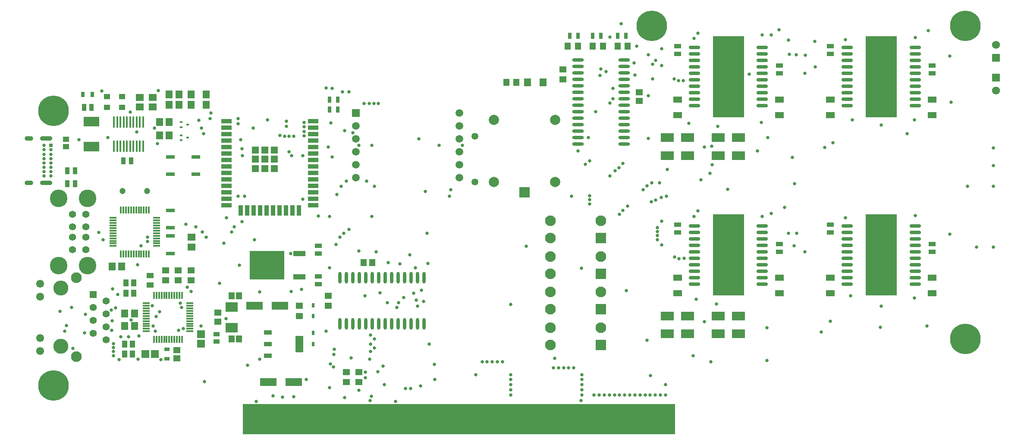
<source format=gts>
G04*
G04 #@! TF.GenerationSoftware,Altium Limited,Altium Designer,21.3.2 (30)*
G04*
G04 Layer_Color=8388736*
%FSLAX25Y25*%
%MOIN*%
G70*
G04*
G04 #@! TF.SameCoordinates,B38D24C8-20F9-4C12-AD3A-4427D22FBD9A*
G04*
G04*
G04 #@! TF.FilePolarity,Negative*
G04*
G01*
G75*
%ADD19R,0.02756X0.16535*%
%ADD20R,0.02756X0.12598*%
%ADD21R,0.12598X0.06299*%
%ADD22R,0.03150X0.04921*%
%ADD23R,0.04724X0.05709*%
%ADD24R,0.05709X0.04724*%
%ADD25R,0.05544X0.04747*%
%ADD26R,0.05315X0.03740*%
%ADD27O,0.09055X0.02362*%
%ADD28R,0.07087X0.04921*%
%ADD29O,0.08858X0.02756*%
%ADD30R,0.24410X0.62992*%
%ADD31R,0.09843X0.06693*%
%ADD32R,0.04747X0.05544*%
%ADD33O,0.02362X0.09055*%
%ADD34R,0.05512X0.05906*%
%ADD35R,0.02126X0.03386*%
G04:AMPARAMS|DCode=36|XSize=124.02mil|YSize=57.09mil|CornerRadius=2mil|HoleSize=0mil|Usage=FLASHONLY|Rotation=90.000|XOffset=0mil|YOffset=0mil|HoleType=Round|Shape=RoundedRectangle|*
%AMROUNDEDRECTD36*
21,1,0.12402,0.05309,0,0,90.0*
21,1,0.12002,0.05709,0,0,90.0*
1,1,0.00400,0.02655,0.06001*
1,1,0.00400,0.02655,-0.06001*
1,1,0.00400,-0.02655,-0.06001*
1,1,0.00400,-0.02655,0.06001*
%
%ADD36ROUNDEDRECTD36*%
G04:AMPARAMS|DCode=37|XSize=35.43mil|YSize=57.09mil|CornerRadius=1.95mil|HoleSize=0mil|Usage=FLASHONLY|Rotation=90.000|XOffset=0mil|YOffset=0mil|HoleType=Round|Shape=RoundedRectangle|*
%AMROUNDEDRECTD37*
21,1,0.03543,0.05319,0,0,90.0*
21,1,0.03154,0.05709,0,0,90.0*
1,1,0.00390,0.02659,0.01577*
1,1,0.00390,0.02659,-0.01577*
1,1,0.00390,-0.02659,-0.01577*
1,1,0.00390,-0.02659,0.01577*
%
%ADD37ROUNDEDRECTD37*%
%ADD38R,0.05315X0.03937*%
%ADD39R,0.04528X0.05315*%
%ADD40R,0.06102X0.06102*%
%ADD41R,0.04134X0.03150*%
%ADD42R,0.05709X0.05118*%
%ADD43R,0.05709X0.04528*%
%ADD44R,0.09449X0.07480*%
%ADD45R,0.04969X0.03771*%
%ADD46R,0.06102X0.06102*%
%ADD47R,0.03937X0.05315*%
%ADD48R,0.05727X0.06127*%
%ADD49R,0.05315X0.06102*%
%ADD50R,0.06693X0.03150*%
%ADD51R,0.06102X0.05512*%
%ADD52R,0.03740X0.05315*%
%ADD53R,0.05512X0.06102*%
%ADD54R,0.26772X0.21850*%
%ADD55R,0.09449X0.03937*%
%ADD56R,0.02000X0.01402*%
%ADD59R,0.04724X0.04331*%
%ADD60R,0.03150X0.04134*%
G04:AMPARAMS|DCode=61|XSize=88.58mil|YSize=15.75mil|CornerRadius=7.87mil|HoleSize=0mil|Usage=FLASHONLY|Rotation=270.000|XOffset=0mil|YOffset=0mil|HoleType=Round|Shape=RoundedRectangle|*
%AMROUNDEDRECTD61*
21,1,0.08858,0.00000,0,0,270.0*
21,1,0.07284,0.01575,0,0,270.0*
1,1,0.01575,0.00000,-0.03642*
1,1,0.01575,0.00000,0.03642*
1,1,0.01575,0.00000,0.03642*
1,1,0.01575,0.00000,-0.03642*
%
%ADD61ROUNDEDRECTD61*%
%ADD62R,0.12400X0.07700*%
%ADD63R,0.05151X0.03960*%
%ADD64R,0.07874X0.03543*%
%ADD65R,0.03543X0.07874*%
%ADD66R,0.05236X0.05236*%
%ADD67R,3.33858X0.23524*%
%ADD68R,0.05512X0.01575*%
%ADD69R,0.01575X0.05512*%
G04:AMPARAMS|DCode=70|XSize=35.43mil|YSize=66.93mil|CornerRadius=17.72mil|HoleSize=0mil|Usage=FLASHONLY|Rotation=270.000|XOffset=0mil|YOffset=0mil|HoleType=Round|Shape=RoundedRectangle|*
%AMROUNDEDRECTD70*
21,1,0.03543,0.03150,0,0,270.0*
21,1,0.00000,0.06693,0,0,270.0*
1,1,0.03543,-0.01575,0.00000*
1,1,0.03543,-0.01575,0.00000*
1,1,0.03543,0.01575,0.00000*
1,1,0.03543,0.01575,0.00000*
%
%ADD70ROUNDEDRECTD70*%
G04:AMPARAMS|DCode=71|XSize=35.43mil|YSize=94.49mil|CornerRadius=17.72mil|HoleSize=0mil|Usage=FLASHONLY|Rotation=270.000|XOffset=0mil|YOffset=0mil|HoleType=Round|Shape=RoundedRectangle|*
%AMROUNDEDRECTD71*
21,1,0.03543,0.05906,0,0,270.0*
21,1,0.00000,0.09449,0,0,270.0*
1,1,0.03543,-0.02953,0.00000*
1,1,0.03543,-0.02953,0.00000*
1,1,0.03543,0.02953,0.00000*
1,1,0.03543,0.02953,0.00000*
%
%ADD71ROUNDEDRECTD71*%
%ADD72R,0.02559X0.02559*%
%ADD73C,0.02559*%
%ADD74R,0.06181X0.06181*%
%ADD75C,0.06181*%
%ADD76C,0.08268*%
%ADD77R,0.08268X0.08268*%
%ADD78C,0.23622*%
%ADD79R,0.07874X0.07874*%
%ADD80C,0.07874*%
%ADD81C,0.05315*%
%ADD82C,0.04724*%
%ADD83C,0.05906*%
%ADD84R,0.05906X0.05906*%
%ADD85C,0.05591*%
%ADD86C,0.13583*%
%ADD87C,0.06102*%
%ADD88R,0.05512X0.05512*%
%ADD89C,0.05512*%
%ADD90C,0.11614*%
%ADD91C,0.02500*%
D19*
X289961Y13780D02*
D03*
X282087D02*
D03*
X270276D02*
D03*
X297835D02*
D03*
X278150D02*
D03*
X286024D02*
D03*
X293898D02*
D03*
X301772D02*
D03*
X274213D02*
D03*
X258465D02*
D03*
X262402D02*
D03*
X266339D02*
D03*
X309646D02*
D03*
X179724D02*
D03*
X183661D02*
D03*
X211221D02*
D03*
X199409D02*
D03*
X187598D02*
D03*
X207283D02*
D03*
X191535D02*
D03*
X195472D02*
D03*
X203346D02*
D03*
X215158D02*
D03*
X234842D02*
D03*
X254528D02*
D03*
X238779D02*
D03*
X246654D02*
D03*
X242717D02*
D03*
X325394D02*
D03*
X352953D02*
D03*
X360827D02*
D03*
X329331D02*
D03*
X321457D02*
D03*
X313583D02*
D03*
X341142D02*
D03*
X317520D02*
D03*
X345079D02*
D03*
X349016D02*
D03*
X364764D02*
D03*
X376575D02*
D03*
X368701D02*
D03*
X356890D02*
D03*
X333268D02*
D03*
X337205D02*
D03*
X380512D02*
D03*
X384449D02*
D03*
X388386D02*
D03*
X392323D02*
D03*
X396260D02*
D03*
X400197D02*
D03*
X404134D02*
D03*
X408071D02*
D03*
X412008D02*
D03*
X415945D02*
D03*
X419882D02*
D03*
X423819D02*
D03*
X427756D02*
D03*
X431693D02*
D03*
X435630D02*
D03*
X439567D02*
D03*
X443504D02*
D03*
X447441D02*
D03*
X451378D02*
D03*
X455315D02*
D03*
X459252D02*
D03*
X463189D02*
D03*
X467126D02*
D03*
X471063D02*
D03*
X475000D02*
D03*
X478937D02*
D03*
X482874D02*
D03*
X486811D02*
D03*
X490748D02*
D03*
X494685D02*
D03*
X498622D02*
D03*
X506496D02*
D03*
D20*
X305709Y15748D02*
D03*
X250590D02*
D03*
X372638D02*
D03*
X502559D02*
D03*
D21*
X215158Y39370D02*
D03*
X195472D02*
D03*
X204724Y98425D02*
D03*
X185039D02*
D03*
D22*
X471850Y307087D02*
D03*
X465551D02*
D03*
X452559D02*
D03*
X446260D02*
D03*
X428543D02*
D03*
X434842D02*
D03*
X249213Y250000D02*
D03*
X242913D02*
D03*
X249213Y257874D02*
D03*
X242913D02*
D03*
D23*
X465551Y299213D02*
D03*
X473425D02*
D03*
X446260D02*
D03*
X454134D02*
D03*
X434842D02*
D03*
X426968D02*
D03*
X379528Y271063D02*
D03*
X387402D02*
D03*
D24*
X423228Y281280D02*
D03*
Y273406D02*
D03*
X265748Y39370D02*
D03*
Y47244D02*
D03*
X255906Y39370D02*
D03*
Y47244D02*
D03*
X242126Y106299D02*
D03*
Y98425D02*
D03*
X135827Y125984D02*
D03*
Y118110D02*
D03*
X125984Y125984D02*
D03*
Y118110D02*
D03*
X116142Y125984D02*
D03*
Y118110D02*
D03*
X219685Y90551D02*
D03*
Y98425D02*
D03*
D25*
X482283Y263405D02*
D03*
Y256900D02*
D03*
D26*
X708661Y146201D02*
D03*
Y140295D02*
D03*
X590551Y146201D02*
D03*
Y140295D02*
D03*
X708661Y283996D02*
D03*
Y278091D02*
D03*
X590551Y284055D02*
D03*
Y278150D02*
D03*
X629921Y161201D02*
D03*
Y155295D02*
D03*
Y299016D02*
D03*
Y293110D02*
D03*
X511811Y155295D02*
D03*
Y161201D02*
D03*
Y293110D02*
D03*
Y299016D02*
D03*
X234252Y138779D02*
D03*
Y144685D02*
D03*
X234252Y121063D02*
D03*
Y115157D02*
D03*
D27*
X434842Y288405D02*
D03*
Y283405D02*
D03*
Y278405D02*
D03*
Y273406D02*
D03*
Y268406D02*
D03*
Y263405D02*
D03*
Y258405D02*
D03*
Y253405D02*
D03*
Y248406D02*
D03*
Y243406D02*
D03*
Y238405D02*
D03*
Y233405D02*
D03*
Y228405D02*
D03*
Y223406D02*
D03*
X470669Y288405D02*
D03*
Y283405D02*
D03*
Y278405D02*
D03*
Y273406D02*
D03*
Y268406D02*
D03*
Y263405D02*
D03*
Y258405D02*
D03*
Y253405D02*
D03*
Y248406D02*
D03*
Y243406D02*
D03*
Y238405D02*
D03*
Y233405D02*
D03*
Y228405D02*
D03*
Y223406D02*
D03*
D28*
X708661Y108169D02*
D03*
Y120177D02*
D03*
X629921Y108169D02*
D03*
Y120177D02*
D03*
X708661Y245965D02*
D03*
Y257972D02*
D03*
X629921Y245965D02*
D03*
Y257972D02*
D03*
X511811Y120177D02*
D03*
Y108169D02*
D03*
X590551Y120177D02*
D03*
Y108169D02*
D03*
Y257972D02*
D03*
Y245965D02*
D03*
X511811Y257972D02*
D03*
Y245965D02*
D03*
D29*
X695571Y115295D02*
D03*
Y120295D02*
D03*
Y125295D02*
D03*
Y130295D02*
D03*
Y135295D02*
D03*
Y140295D02*
D03*
Y145295D02*
D03*
Y150295D02*
D03*
Y155295D02*
D03*
Y160295D02*
D03*
X643012Y115295D02*
D03*
Y120295D02*
D03*
Y125295D02*
D03*
Y130295D02*
D03*
Y135295D02*
D03*
Y140295D02*
D03*
Y145295D02*
D03*
Y150295D02*
D03*
Y155295D02*
D03*
Y160295D02*
D03*
X695571Y253091D02*
D03*
Y258090D02*
D03*
Y263090D02*
D03*
Y268091D02*
D03*
Y273091D02*
D03*
Y278091D02*
D03*
Y283090D02*
D03*
Y288090D02*
D03*
Y293091D02*
D03*
Y298091D02*
D03*
X643012Y253091D02*
D03*
Y258090D02*
D03*
Y263090D02*
D03*
Y268091D02*
D03*
Y273091D02*
D03*
Y278091D02*
D03*
Y283090D02*
D03*
Y288090D02*
D03*
Y293091D02*
D03*
Y298091D02*
D03*
X577461Y115295D02*
D03*
Y120295D02*
D03*
Y125295D02*
D03*
Y130295D02*
D03*
Y135295D02*
D03*
Y140295D02*
D03*
Y145295D02*
D03*
Y150295D02*
D03*
Y155295D02*
D03*
Y160295D02*
D03*
X524902Y115295D02*
D03*
Y120295D02*
D03*
Y125295D02*
D03*
Y130295D02*
D03*
Y135295D02*
D03*
Y140295D02*
D03*
Y145295D02*
D03*
Y150295D02*
D03*
Y155295D02*
D03*
Y160295D02*
D03*
X577461Y253091D02*
D03*
Y258090D02*
D03*
Y263090D02*
D03*
Y268091D02*
D03*
Y273091D02*
D03*
Y278091D02*
D03*
Y283090D02*
D03*
Y288090D02*
D03*
Y293091D02*
D03*
Y298091D02*
D03*
X524902Y253091D02*
D03*
Y258090D02*
D03*
Y263090D02*
D03*
Y268091D02*
D03*
Y273091D02*
D03*
Y278091D02*
D03*
Y283090D02*
D03*
Y288090D02*
D03*
Y293091D02*
D03*
Y298091D02*
D03*
D30*
X669291Y137795D02*
D03*
Y275590D02*
D03*
X551181Y137795D02*
D03*
X551181Y275590D02*
D03*
D31*
X519685Y76772D02*
D03*
X503937D02*
D03*
X559055D02*
D03*
X543307D02*
D03*
Y90551D02*
D03*
X559055D02*
D03*
X503937D02*
D03*
X519685D02*
D03*
X559055Y214567D02*
D03*
X543307D02*
D03*
X519685D02*
D03*
X503937D02*
D03*
X543307Y228346D02*
D03*
X559055D02*
D03*
X503937D02*
D03*
X519685D02*
D03*
D32*
X275891Y131890D02*
D03*
X269385D02*
D03*
D33*
X315965Y120276D02*
D03*
X310965D02*
D03*
X305965D02*
D03*
X300965D02*
D03*
X295965D02*
D03*
X290965D02*
D03*
X285965D02*
D03*
X280965D02*
D03*
X275965D02*
D03*
X270965D02*
D03*
X265965D02*
D03*
X260965D02*
D03*
X255965D02*
D03*
X250965D02*
D03*
X315965Y84449D02*
D03*
X310965D02*
D03*
X305965D02*
D03*
X300965D02*
D03*
X295965D02*
D03*
X290965D02*
D03*
X285965D02*
D03*
X280965D02*
D03*
X275965D02*
D03*
X270965D02*
D03*
X265965D02*
D03*
X260965D02*
D03*
X255965D02*
D03*
X250965D02*
D03*
D34*
X396063Y271063D02*
D03*
X407874D02*
D03*
X135827Y253937D02*
D03*
X147638D02*
D03*
X135827Y261811D02*
D03*
X147638D02*
D03*
D35*
X230315Y90551D02*
D03*
Y98976D02*
D03*
Y77323D02*
D03*
Y68898D02*
D03*
D36*
X219587Y68898D02*
D03*
D37*
X195374Y59842D02*
D03*
Y68898D02*
D03*
Y77953D02*
D03*
D38*
X104331Y114567D02*
D03*
Y121653D02*
D03*
D39*
X173031Y106299D02*
D03*
X167323D02*
D03*
X173031Y72835D02*
D03*
X167323D02*
D03*
D40*
X100689Y61024D02*
D03*
X107972D02*
D03*
D41*
X117323Y64665D02*
D03*
Y57382D02*
D03*
D42*
X125000Y57874D02*
D03*
Y64173D02*
D03*
D43*
X156496Y93012D02*
D03*
Y86122D02*
D03*
D44*
X167323Y81496D02*
D03*
Y97638D02*
D03*
D45*
X155512Y76485D02*
D03*
Y70759D02*
D03*
D46*
X143701Y69193D02*
D03*
Y76476D02*
D03*
D47*
X91535Y108268D02*
D03*
X85630D02*
D03*
X91535Y116142D02*
D03*
X85630D02*
D03*
X84744Y61024D02*
D03*
X90650D02*
D03*
X84744Y68898D02*
D03*
X90650D02*
D03*
D48*
X75095Y128937D02*
D03*
X82385D02*
D03*
D49*
X92421Y82677D02*
D03*
X84744D02*
D03*
X92421Y92520D02*
D03*
X84744D02*
D03*
D50*
X120079Y213386D02*
D03*
Y200000D02*
D03*
X139764Y213386D02*
D03*
Y200000D02*
D03*
X120079Y152362D02*
D03*
Y138976D02*
D03*
Y172047D02*
D03*
Y158661D02*
D03*
D51*
X136221Y143898D02*
D03*
Y151378D02*
D03*
X106299Y259646D02*
D03*
Y252165D02*
D03*
X96457Y259646D02*
D03*
Y252165D02*
D03*
D52*
X46260Y192913D02*
D03*
X40354D02*
D03*
X46260Y202756D02*
D03*
X40354D02*
D03*
X83661Y210630D02*
D03*
X89567D02*
D03*
X59055Y251969D02*
D03*
X53150D02*
D03*
D53*
X119095Y261811D02*
D03*
X126575D02*
D03*
X119095Y253937D02*
D03*
X126575D02*
D03*
X111614Y230315D02*
D03*
X119095D02*
D03*
X111614Y240551D02*
D03*
X119095D02*
D03*
D54*
X194488Y129921D02*
D03*
D55*
X219685Y138898D02*
D03*
Y120945D02*
D03*
D56*
X128159Y230315D02*
D03*
Y226378D02*
D03*
X133258Y228346D02*
D03*
X128159Y240551D02*
D03*
Y236614D02*
D03*
X133258Y238583D02*
D03*
D59*
X82677Y251772D02*
D03*
Y260039D02*
D03*
X70866Y251772D02*
D03*
Y260039D02*
D03*
D60*
X59744Y261811D02*
D03*
X52461D02*
D03*
D61*
X98848Y240650D02*
D03*
X96348D02*
D03*
X93848D02*
D03*
X91348D02*
D03*
X88848D02*
D03*
X86348D02*
D03*
X83848D02*
D03*
X81348D02*
D03*
X78848D02*
D03*
X76348D02*
D03*
Y221949D02*
D03*
X78848D02*
D03*
X81348D02*
D03*
X83848D02*
D03*
X86348D02*
D03*
X88848D02*
D03*
X91348D02*
D03*
X93848D02*
D03*
X96348D02*
D03*
X98848D02*
D03*
D62*
X59055Y221555D02*
D03*
Y240855D02*
D03*
D63*
X39370Y221550D02*
D03*
Y227269D02*
D03*
D64*
X163386Y241181D02*
D03*
Y236181D02*
D03*
Y231181D02*
D03*
Y226181D02*
D03*
Y221181D02*
D03*
Y216181D02*
D03*
Y211181D02*
D03*
Y206181D02*
D03*
Y201181D02*
D03*
Y196181D02*
D03*
Y191181D02*
D03*
Y186181D02*
D03*
Y181181D02*
D03*
Y176181D02*
D03*
X230315D02*
D03*
Y181181D02*
D03*
Y186181D02*
D03*
Y191181D02*
D03*
Y196181D02*
D03*
Y201181D02*
D03*
Y206181D02*
D03*
Y211181D02*
D03*
Y216181D02*
D03*
Y221181D02*
D03*
Y226181D02*
D03*
Y231181D02*
D03*
Y236181D02*
D03*
Y241181D02*
D03*
D65*
X174350Y172244D02*
D03*
X179350D02*
D03*
X184350D02*
D03*
X189350D02*
D03*
X194350D02*
D03*
X199350D02*
D03*
X204350D02*
D03*
X209350D02*
D03*
X214350D02*
D03*
X219350D02*
D03*
D66*
X185689Y218878D02*
D03*
X192913D02*
D03*
X200138D02*
D03*
X185689Y211653D02*
D03*
X192913D02*
D03*
X200138D02*
D03*
X185689Y204429D02*
D03*
X192913D02*
D03*
X200138D02*
D03*
D67*
X343110Y10778D02*
D03*
D68*
X101181Y100394D02*
D03*
Y98425D02*
D03*
Y96457D02*
D03*
Y94488D02*
D03*
Y92520D02*
D03*
Y90551D02*
D03*
Y78740D02*
D03*
Y80709D02*
D03*
Y82677D02*
D03*
Y84646D02*
D03*
Y86614D02*
D03*
Y88583D02*
D03*
X135039Y78740D02*
D03*
Y80709D02*
D03*
Y82677D02*
D03*
Y84646D02*
D03*
Y86614D02*
D03*
Y88583D02*
D03*
Y100394D02*
D03*
Y98425D02*
D03*
Y96457D02*
D03*
Y94488D02*
D03*
Y92520D02*
D03*
Y90551D02*
D03*
X109449Y144685D02*
D03*
Y146653D02*
D03*
Y148622D02*
D03*
Y150591D02*
D03*
Y152559D02*
D03*
Y154527D02*
D03*
Y166339D02*
D03*
Y164370D02*
D03*
Y162402D02*
D03*
Y160433D02*
D03*
Y158465D02*
D03*
Y156496D02*
D03*
X75591Y166339D02*
D03*
Y164370D02*
D03*
Y162402D02*
D03*
Y160433D02*
D03*
Y158465D02*
D03*
Y156496D02*
D03*
Y144685D02*
D03*
Y146653D02*
D03*
Y148622D02*
D03*
Y150591D02*
D03*
Y152559D02*
D03*
Y154527D02*
D03*
D69*
X107283Y72638D02*
D03*
X109252D02*
D03*
X111221D02*
D03*
X113189D02*
D03*
X115157D02*
D03*
X117126D02*
D03*
X128937D02*
D03*
X126969D02*
D03*
X125000D02*
D03*
X123031D02*
D03*
X121063D02*
D03*
X119095D02*
D03*
X128937Y106496D02*
D03*
X126969D02*
D03*
X125000D02*
D03*
X123031D02*
D03*
X121063D02*
D03*
X119095D02*
D03*
X107283D02*
D03*
X109252D02*
D03*
X111221D02*
D03*
X113189D02*
D03*
X115157D02*
D03*
X117126D02*
D03*
X103347Y172441D02*
D03*
X101378D02*
D03*
X99410D02*
D03*
X97441D02*
D03*
X95473D02*
D03*
X93504D02*
D03*
X81693D02*
D03*
X83661D02*
D03*
X85630D02*
D03*
X87598D02*
D03*
X89567D02*
D03*
X91535D02*
D03*
X81693Y138583D02*
D03*
X83661D02*
D03*
X85630D02*
D03*
X87598D02*
D03*
X89567D02*
D03*
X91535D02*
D03*
X103347D02*
D03*
X101378D02*
D03*
X99410D02*
D03*
X97441D02*
D03*
X95473D02*
D03*
X93504D02*
D03*
D70*
X10492Y227658D02*
D03*
Y193602D02*
D03*
D71*
X23799Y227658D02*
D03*
Y193602D02*
D03*
D72*
X27657Y222342D02*
D03*
D73*
Y218996D02*
D03*
Y215650D02*
D03*
Y212303D02*
D03*
Y208957D02*
D03*
Y205610D02*
D03*
Y202264D02*
D03*
Y198917D02*
D03*
X22343D02*
D03*
Y202264D02*
D03*
Y205610D02*
D03*
Y208957D02*
D03*
Y212303D02*
D03*
Y215650D02*
D03*
Y218996D02*
D03*
Y222342D02*
D03*
D74*
X757874Y274685D02*
D03*
Y290276D02*
D03*
D75*
Y264685D02*
D03*
Y300276D02*
D03*
D76*
X452559Y164173D02*
D03*
X413583D02*
D03*
Y150787D02*
D03*
X452559Y81496D02*
D03*
X413583D02*
D03*
Y68110D02*
D03*
X452559Y109055D02*
D03*
X413583D02*
D03*
Y95669D02*
D03*
X452559Y136614D02*
D03*
X413583D02*
D03*
Y123228D02*
D03*
X47441Y59075D02*
D03*
Y120059D02*
D03*
D77*
X452559Y150787D02*
D03*
Y68110D02*
D03*
Y95669D02*
D03*
Y123228D02*
D03*
D78*
X734252Y314961D02*
D03*
Y72835D02*
D03*
X29528Y36811D02*
D03*
Y249016D02*
D03*
X492126Y314961D02*
D03*
D79*
X393701Y186221D02*
D03*
D80*
X417323Y194095D02*
D03*
X370079D02*
D03*
Y242126D02*
D03*
X417323D02*
D03*
D81*
X355315Y229528D02*
D03*
Y194095D02*
D03*
D82*
X102126Y187008D02*
D03*
X82913D02*
D03*
D83*
X343150Y197441D02*
D03*
Y207441D02*
D03*
Y217441D02*
D03*
Y227441D02*
D03*
Y237441D02*
D03*
Y247441D02*
D03*
X263150Y197441D02*
D03*
Y207441D02*
D03*
Y217441D02*
D03*
Y227441D02*
D03*
Y237441D02*
D03*
D84*
Y247441D02*
D03*
D85*
X54567Y169291D02*
D03*
Y141732D02*
D03*
Y151575D02*
D03*
Y159449D02*
D03*
X44252Y151575D02*
D03*
Y159449D02*
D03*
Y141732D02*
D03*
Y169291D02*
D03*
D86*
X55945Y181378D02*
D03*
Y129646D02*
D03*
X33583D02*
D03*
Y181378D02*
D03*
D87*
X19449Y73484D02*
D03*
Y63484D02*
D03*
Y115650D02*
D03*
Y105650D02*
D03*
D88*
X60433Y107067D02*
D03*
D89*
Y97067D02*
D03*
Y87067D02*
D03*
Y77067D02*
D03*
X70433Y72067D02*
D03*
Y82067D02*
D03*
Y92067D02*
D03*
Y102067D02*
D03*
D90*
X35433Y112067D02*
D03*
Y67067D02*
D03*
D91*
X74898Y86906D02*
D03*
X248622Y184449D02*
D03*
X318307Y154331D02*
D03*
X94774Y130098D02*
D03*
X158087Y115760D02*
D03*
X234449Y167913D02*
D03*
X259646Y58268D02*
D03*
X318898Y131102D02*
D03*
X111614Y93898D02*
D03*
X162992Y88386D02*
D03*
X146296Y39763D02*
D03*
X74213Y95079D02*
D03*
X669291Y98032D02*
D03*
X573622Y218307D02*
D03*
X576772Y240158D02*
D03*
X600787Y213189D02*
D03*
X581693Y228346D02*
D03*
X532677Y221260D02*
D03*
X496260Y149409D02*
D03*
X496457Y152709D02*
D03*
Y155709D02*
D03*
X496463Y158709D02*
D03*
X468307Y316535D02*
D03*
X478937Y276969D02*
D03*
X53740Y77362D02*
D03*
X75984Y59842D02*
D03*
Y66142D02*
D03*
Y62992D02*
D03*
X44488Y65354D02*
D03*
X610630Y292126D02*
D03*
X618307Y283071D02*
D03*
X625591Y220669D02*
D03*
X520669Y239370D02*
D03*
X689173Y231496D02*
D03*
X669291Y238189D02*
D03*
X577362Y167323D02*
D03*
X695669Y168110D02*
D03*
X543110Y237205D02*
D03*
X550591Y188583D02*
D03*
X668701Y81890D02*
D03*
X603809Y154469D02*
D03*
X601862Y144685D02*
D03*
X597638Y154565D02*
D03*
X594488Y174409D02*
D03*
X530118Y195866D02*
D03*
X95669Y75000D02*
D03*
X77756Y96850D02*
D03*
X39764Y83268D02*
D03*
X112795Y56890D02*
D03*
X597638Y303740D02*
D03*
X618110Y302756D02*
D03*
X705512Y311221D02*
D03*
X695472Y305906D02*
D03*
X577165Y307677D02*
D03*
X590354Y311811D02*
D03*
X526378Y103543D02*
D03*
X541929Y99803D02*
D03*
X296457Y100984D02*
D03*
X300394Y104921D02*
D03*
X295079Y97244D02*
D03*
X313976Y110433D02*
D03*
X213386Y109449D02*
D03*
X225000Y41339D02*
D03*
X275197Y28543D02*
D03*
X270669Y42913D02*
D03*
X285230Y37402D02*
D03*
X293898Y24606D02*
D03*
X179724Y52559D02*
D03*
X89567Y87598D02*
D03*
X87566Y74377D02*
D03*
X81496Y74410D02*
D03*
X74606Y79522D02*
D03*
X54331Y91732D02*
D03*
X79134Y107087D02*
D03*
X43498Y97244D02*
D03*
X80315Y56890D02*
D03*
X143701Y82677D02*
D03*
X106496Y82677D02*
D03*
X108858Y90158D02*
D03*
X106108Y98425D02*
D03*
X127756Y100394D02*
D03*
X128543Y97244D02*
D03*
X97441Y144882D02*
D03*
X102362Y148026D02*
D03*
X64567Y155118D02*
D03*
X67913Y149606D02*
D03*
X132874Y112795D02*
D03*
X287795Y100984D02*
D03*
X309842Y102756D02*
D03*
X315748Y101772D02*
D03*
X308071Y108268D02*
D03*
X311028Y98021D02*
D03*
X280315Y47638D02*
D03*
X284449Y51772D02*
D03*
X109941Y223777D02*
D03*
X88976Y248031D02*
D03*
X71653Y228346D02*
D03*
X223425Y240158D02*
D03*
Y236811D02*
D03*
Y233268D02*
D03*
Y229724D02*
D03*
X209646Y237205D02*
D03*
X215158Y229331D02*
D03*
X208268D02*
D03*
X244882Y266541D02*
D03*
X243898Y239961D02*
D03*
X242126Y221260D02*
D03*
X317126Y186811D02*
D03*
X603740Y292429D02*
D03*
X598425Y292717D02*
D03*
X492648Y285168D02*
D03*
X499719Y284055D02*
D03*
X499606Y297047D02*
D03*
X489173Y292323D02*
D03*
X516339Y272441D02*
D03*
X516929Y135039D02*
D03*
X462008Y258465D02*
D03*
Y266535D02*
D03*
X456693Y279528D02*
D03*
X451968Y276575D02*
D03*
X452756Y281496D02*
D03*
X448622Y248622D02*
D03*
X443942Y183617D02*
D03*
X443898Y180512D02*
D03*
Y177165D02*
D03*
X466732Y205315D02*
D03*
X469488Y208380D02*
D03*
X494882Y180315D02*
D03*
X499213Y182087D02*
D03*
X499719Y163976D02*
D03*
X503218Y183003D02*
D03*
X491732Y178740D02*
D03*
X498032Y193419D02*
D03*
X492126D02*
D03*
X503937Y203937D02*
D03*
X488386Y191142D02*
D03*
X469488Y172244D02*
D03*
X485236Y187992D02*
D03*
X382874Y99606D02*
D03*
X94882Y57087D02*
D03*
X480315Y299213D02*
D03*
X459646Y306102D02*
D03*
X629921Y86614D02*
D03*
X645669Y106299D02*
D03*
X704724Y82677D02*
D03*
X694882Y104331D02*
D03*
X723425Y255906D02*
D03*
X694882Y242126D02*
D03*
X631890Y224410D02*
D03*
X646850Y242126D02*
D03*
X567323Y277559D02*
D03*
X602362Y192913D02*
D03*
X275590Y167323D02*
D03*
X248031Y145669D02*
D03*
X581102Y81496D02*
D03*
X499606Y145472D02*
D03*
X472441Y110236D02*
D03*
X527756Y171850D02*
D03*
Y309252D02*
D03*
X538583Y207480D02*
D03*
X538386Y221654D02*
D03*
X437795Y127362D02*
D03*
X437402Y25197D02*
D03*
X490945Y44488D02*
D03*
X416929Y57874D02*
D03*
X355906Y45276D02*
D03*
X394882Y144488D02*
D03*
X324213Y41339D02*
D03*
X313189Y36614D02*
D03*
X246654Y64764D02*
D03*
X246457Y60827D02*
D03*
X274213Y25000D02*
D03*
X186417Y24606D02*
D03*
X242913Y35039D02*
D03*
X254528Y27559D02*
D03*
X206784Y27846D02*
D03*
X173228Y129921D02*
D03*
X254528Y233858D02*
D03*
X320079Y68701D02*
D03*
X281890Y108465D02*
D03*
X192913Y211653D02*
D03*
X126378Y79331D02*
D03*
X144685Y155512D02*
D03*
X167323D02*
D03*
X185039Y149606D02*
D03*
X243110Y127953D02*
D03*
X270276Y106299D02*
D03*
X312008Y227362D02*
D03*
X278937Y140157D02*
D03*
X147638Y151575D02*
D03*
X188976Y109252D02*
D03*
X489173Y227756D02*
D03*
X430118Y183071D02*
D03*
X489173Y260827D02*
D03*
X209646Y241142D02*
D03*
X204724Y230315D02*
D03*
X252953Y263779D02*
D03*
X257874Y263976D02*
D03*
X240158Y266732D02*
D03*
X280512Y254921D02*
D03*
X277165D02*
D03*
X273622D02*
D03*
X269685D02*
D03*
X211614Y229331D02*
D03*
X175394Y219685D02*
D03*
X175591Y214370D02*
D03*
X213583Y214567D02*
D03*
X211614Y217520D02*
D03*
X641732Y166339D02*
D03*
X524606Y167323D02*
D03*
X584252Y169882D02*
D03*
X440748Y207677D02*
D03*
X443898Y210630D02*
D03*
X466929Y169095D02*
D03*
X473228Y175394D02*
D03*
X434842Y218307D02*
D03*
X442913Y228346D02*
D03*
X459646Y198819D02*
D03*
X463583Y202756D02*
D03*
X755905Y220472D02*
D03*
X743110Y143701D02*
D03*
X735827Y190945D02*
D03*
X755905Y143701D02*
D03*
Y190945D02*
D03*
Y206693D02*
D03*
X532480Y86024D02*
D03*
X524016Y59842D02*
D03*
X488189Y71653D02*
D03*
X581102Y56102D02*
D03*
X537795Y55315D02*
D03*
X623032Y78150D02*
D03*
X512825Y134813D02*
D03*
X509478Y135994D02*
D03*
X722441Y153740D02*
D03*
X536811Y200984D02*
D03*
X492520Y273819D02*
D03*
X478150Y286024D02*
D03*
X459646Y255315D02*
D03*
X495079Y287992D02*
D03*
X641732Y304134D02*
D03*
X584252Y307677D02*
D03*
X524606Y305118D02*
D03*
X722441Y291535D02*
D03*
X509449Y273819D02*
D03*
X512795Y272638D02*
D03*
X610236Y140295D02*
D03*
X610236Y278091D02*
D03*
X415945Y50591D02*
D03*
X382874Y29528D02*
D03*
Y33465D02*
D03*
Y37402D02*
D03*
Y41339D02*
D03*
Y45276D02*
D03*
X372638Y55118D02*
D03*
X360827D02*
D03*
X364764D02*
D03*
X368701D02*
D03*
X376575D02*
D03*
X270669Y47244D02*
D03*
X221457Y111221D02*
D03*
X265748Y33071D02*
D03*
X437992Y29528D02*
D03*
Y33465D02*
D03*
Y37402D02*
D03*
Y41339D02*
D03*
Y45276D02*
D03*
X419882Y50591D02*
D03*
X423819D02*
D03*
X427756D02*
D03*
X431693D02*
D03*
X502559Y37402D02*
D03*
X494685Y29528D02*
D03*
X498622D02*
D03*
X502559D02*
D03*
X478937D02*
D03*
X482874D02*
D03*
X490748D02*
D03*
X486811D02*
D03*
X463189D02*
D03*
X467126D02*
D03*
X475000D02*
D03*
X471063D02*
D03*
X455315D02*
D03*
X459252D02*
D03*
X451378D02*
D03*
X447441D02*
D03*
X327756Y222441D02*
D03*
X345472D02*
D03*
X260827Y232283D02*
D03*
X222441Y214567D02*
D03*
X335630Y183071D02*
D03*
X323819Y53150D02*
D03*
X336614Y187992D02*
D03*
X265748Y140748D02*
D03*
X240158Y78740D02*
D03*
X188976Y57087D02*
D03*
X288386Y131890D02*
D03*
X273819Y57284D02*
D03*
X277559Y72835D02*
D03*
Y65945D02*
D03*
X274606Y62992D02*
D03*
Y68898D02*
D03*
Y75787D02*
D03*
X309449Y127953D02*
D03*
X305118Y137795D02*
D03*
X297244Y130905D02*
D03*
X250984Y151575D02*
D03*
X253937Y154528D02*
D03*
X257874Y157480D02*
D03*
X245079Y213583D02*
D03*
X243110Y167323D02*
D03*
X161417Y146653D02*
D03*
X163386Y166339D02*
D03*
X305709Y34646D02*
D03*
X301772D02*
D03*
X213110Y138898D02*
D03*
X199409Y28740D02*
D03*
X215158Y28150D02*
D03*
X129921Y80709D02*
D03*
X38386Y78740D02*
D03*
X34646Y94095D02*
D03*
X246063Y51181D02*
D03*
X243701Y53543D02*
D03*
X75984Y69291D02*
D03*
X108268Y78740D02*
D03*
X135827Y109449D02*
D03*
X175197Y163356D02*
D03*
X251969Y190945D02*
D03*
X255906Y194882D02*
D03*
X271654D02*
D03*
X277559Y190945D02*
D03*
X75197Y111417D02*
D03*
X174409Y226772D02*
D03*
X145669Y231496D02*
D03*
X49213Y226772D02*
D03*
X139764Y159449D02*
D03*
X131890Y161417D02*
D03*
X102362Y151575D02*
D03*
X169291Y159449D02*
D03*
X172441Y183071D02*
D03*
X177165D02*
D03*
X275590Y222441D02*
D03*
X265748Y222441D02*
D03*
X194882Y242126D02*
D03*
X183858Y235827D02*
D03*
X93848Y232825D02*
D03*
X142126Y241732D02*
D03*
X222441Y180709D02*
D03*
X144095Y235827D02*
D03*
X66929Y264567D02*
D03*
X110630Y264961D02*
D03*
X150787Y243307D02*
D03*
X151181Y247638D02*
D03*
X107480Y235827D02*
D03*
X172244Y239173D02*
D03*
Y243110D02*
D03*
M02*

</source>
